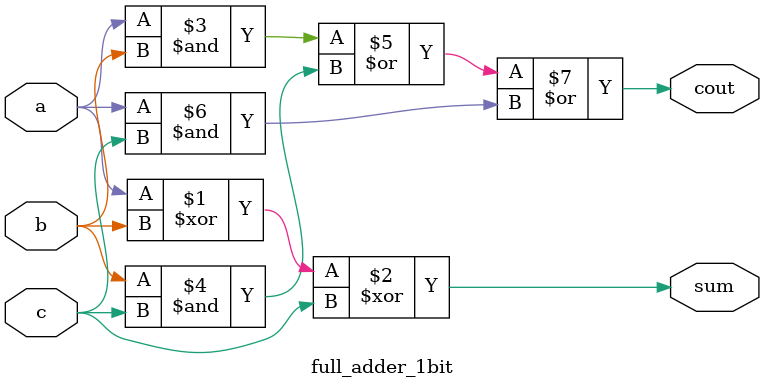
<source format=v>
module full_adder_1bit(a, b, c, sum, cout);
	input a, b, c;
	output sum, cout;
	
	assign sum = a ^ b ^ c;

	assign cout = (a & b) | (b & c) | (a & c);
endmodule

</source>
